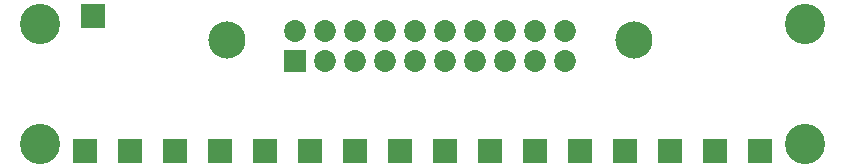
<source format=gts>
G04 Output by ViewMate Deluxe V11.0.9  PentaLogix LLC*
G04 Sun Jun 01 12:21:21 2014*
%FSLAX33Y33*%
%MOMM*%
%IPPOS*%
%ADD14R,2.0041X2.0041*%
%ADD110R,1.8542X1.8542*%
%ADD111C,1.8542*%
%ADD112C,3.1496*%
%ADD113C,3.4036*%

%LPD*%
X0Y0D2*D14*G1X7874Y14224D3*X64389Y2794D3*X60579Y2794D3*X56769Y2794D3*X52959Y2794D3*X49149Y2794D3*X45339Y2794D3*X41529Y2794D3*X37719Y2794D3*X33909Y2794D3*X30099Y2794D3*X26289Y2794D3*X22479Y2794D3*X18669Y2794D3*X14859Y2794D3*X11049Y2794D3*X7239Y2794D3*D110*X25019Y10414D3*D111*X25019Y12954D3*X27559Y12954D3*X30099Y12954D3*X32639Y12954D3*X35179Y12954D3*X37719Y12954D3*X40259Y12954D3*X42799Y12954D3*X45339Y12954D3*X47879Y12954D3*X47879Y10414D3*X45339Y10414D3*X42799Y10414D3*X40259Y10414D3*X37719Y10414D3*X35179Y10414D3*X32639Y10414D3*X30099Y10414D3*X27559Y10414D3*D112*X53696Y12217D3*X19202Y12217D3*D113*X3429Y13589D3*X3429Y3429D3*X68199Y3429D3*X68199Y13589D3*X0Y0D2*M02*
</source>
